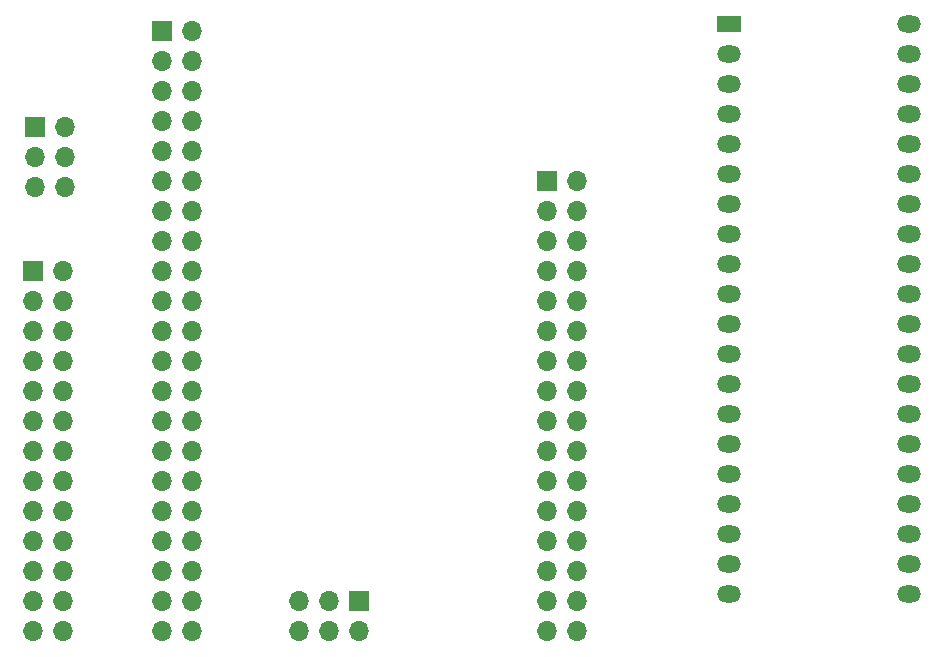
<source format=gbr>
%TF.GenerationSoftware,KiCad,Pcbnew,8.0.4*%
%TF.CreationDate,2024-09-01T11:51:46-07:00*%
%TF.ProjectId,chip_tester,63686970-5f74-4657-9374-65722e6b6963,rev?*%
%TF.SameCoordinates,Original*%
%TF.FileFunction,Soldermask,Bot*%
%TF.FilePolarity,Negative*%
%FSLAX46Y46*%
G04 Gerber Fmt 4.6, Leading zero omitted, Abs format (unit mm)*
G04 Created by KiCad (PCBNEW 8.0.4) date 2024-09-01 11:51:46*
%MOMM*%
%LPD*%
G01*
G04 APERTURE LIST*
%ADD10R,1.700000X1.700000*%
%ADD11O,1.700000X1.700000*%
%ADD12R,2.000000X1.440000*%
%ADD13O,2.000000X1.440000*%
G04 APERTURE END LIST*
D10*
%TO.C,J6*%
X60500000Y-83180000D03*
D11*
X63040000Y-83180000D03*
X60500000Y-85720000D03*
X63040000Y-85720000D03*
X60500000Y-88260000D03*
X63040000Y-88260000D03*
X60500000Y-90800000D03*
X63040000Y-90800000D03*
X60500000Y-93340000D03*
X63040000Y-93340000D03*
X60500000Y-95880000D03*
X63040000Y-95880000D03*
X60500000Y-98420000D03*
X63040000Y-98420000D03*
X60500000Y-100960000D03*
X63040000Y-100960000D03*
X60500000Y-103500000D03*
X63040000Y-103500000D03*
X60500000Y-106040000D03*
X63040000Y-106040000D03*
X60500000Y-108580000D03*
X63040000Y-108580000D03*
X60500000Y-111120000D03*
X63040000Y-111120000D03*
X60500000Y-113660000D03*
X63040000Y-113660000D03*
%TD*%
D10*
%TO.C,J2*%
X71500000Y-62900000D03*
D11*
X74040000Y-62900000D03*
X71500000Y-65440000D03*
X74040000Y-65440000D03*
X71500000Y-67980000D03*
X74040000Y-67980000D03*
X71500000Y-70520000D03*
X74040000Y-70520000D03*
X71500000Y-73060000D03*
X74040000Y-73060000D03*
X71500000Y-75600000D03*
X74040000Y-75600000D03*
X71500000Y-78140000D03*
X74040000Y-78140000D03*
X71500000Y-80680000D03*
X74040000Y-80680000D03*
X71500000Y-83220000D03*
X74040000Y-83220000D03*
X71500000Y-85760000D03*
X74040000Y-85760000D03*
X71500000Y-88300000D03*
X74040000Y-88300000D03*
X71500000Y-90840000D03*
X74040000Y-90840000D03*
X71500000Y-93380000D03*
X74040000Y-93380000D03*
X71500000Y-95920000D03*
X74040000Y-95920000D03*
X71500000Y-98460000D03*
X74040000Y-98460000D03*
X71500000Y-101000000D03*
X74040000Y-101000000D03*
X71500000Y-103540000D03*
X74040000Y-103540000D03*
X71500000Y-106080000D03*
X74040000Y-106080000D03*
X71500000Y-108620000D03*
X74040000Y-108620000D03*
X71500000Y-111160000D03*
X74040000Y-111160000D03*
X71500000Y-113700000D03*
X74040000Y-113700000D03*
%TD*%
D10*
%TO.C,J4*%
X60710000Y-71000000D03*
D11*
X63250000Y-71000000D03*
X60710000Y-73540000D03*
X63250000Y-73540000D03*
X60710000Y-76080000D03*
X63250000Y-76080000D03*
%TD*%
D12*
%TO.C,J1*%
X119500000Y-62300000D03*
D13*
X119500000Y-64840000D03*
X119500000Y-67380000D03*
X119500000Y-69920000D03*
X119500000Y-72460000D03*
X119500000Y-75000000D03*
X119500000Y-77540000D03*
X119500000Y-80080000D03*
X119500000Y-82620000D03*
X119500000Y-85160000D03*
X119500000Y-87700000D03*
X119500000Y-90240000D03*
X119500000Y-92780000D03*
X119500000Y-95320000D03*
X119500000Y-97860000D03*
X119500000Y-100400000D03*
X119500000Y-102940000D03*
X119500000Y-105480000D03*
X119500000Y-108020000D03*
X119500000Y-110560000D03*
X134740000Y-110560000D03*
X134740000Y-108020000D03*
X134740000Y-105480000D03*
X134740000Y-102940000D03*
X134740000Y-100400000D03*
X134740000Y-97860000D03*
X134740000Y-95320000D03*
X134740000Y-92780000D03*
X134740000Y-90240000D03*
X134740000Y-87700000D03*
X134740000Y-85160000D03*
X134740000Y-82620000D03*
X134740000Y-80080000D03*
X134740000Y-77540000D03*
X134740000Y-75000000D03*
X134740000Y-72460000D03*
X134740000Y-69920000D03*
X134740000Y-67380000D03*
X134740000Y-64840000D03*
X134740000Y-62300000D03*
%TD*%
D10*
%TO.C,J5*%
X88120000Y-111160000D03*
D11*
X88120000Y-113700000D03*
X85580000Y-111160000D03*
X85580000Y-113700000D03*
X83040000Y-111160000D03*
X83040000Y-113700000D03*
%TD*%
D10*
%TO.C,J3*%
X104040000Y-75600000D03*
D11*
X106580000Y-75600000D03*
X104040000Y-78140000D03*
X106580000Y-78140000D03*
X104040000Y-80680000D03*
X106580000Y-80680000D03*
X104040000Y-83220000D03*
X106580000Y-83220000D03*
X104040000Y-85760000D03*
X106580000Y-85760000D03*
X104040000Y-88300000D03*
X106580000Y-88300000D03*
X104040000Y-90840000D03*
X106580000Y-90840000D03*
X104040000Y-93380000D03*
X106580000Y-93380000D03*
X104040000Y-95920000D03*
X106580000Y-95920000D03*
X104040000Y-98460000D03*
X106580000Y-98460000D03*
X104040000Y-101000000D03*
X106580000Y-101000000D03*
X104040000Y-103540000D03*
X106580000Y-103540000D03*
X104040000Y-106080000D03*
X106580000Y-106080000D03*
X104040000Y-108620000D03*
X106580000Y-108620000D03*
X104040000Y-111160000D03*
X106580000Y-111160000D03*
X104040000Y-113700000D03*
X106580000Y-113700000D03*
%TD*%
M02*

</source>
